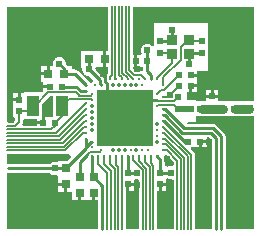
<source format=gtl>
G04*
G04 #@! TF.GenerationSoftware,Altium Limited,Altium Designer,19.0.15 (446)*
G04*
G04 Layer_Physical_Order=1*
G04 Layer_Color=255*
%FSLAX24Y24*%
%MOIN*%
G70*
G01*
G75*
%ADD10C,0.0098*%
%ADD12C,0.0079*%
%ADD13R,0.0197X0.0236*%
%ADD14R,0.0374X0.0335*%
%ADD15R,0.0236X0.0197*%
%ADD16R,0.0256X0.0197*%
%ADD17R,0.0300X0.0300*%
%ADD18R,0.0394X0.0709*%
%ADD19R,0.1909X0.1909*%
%ADD21R,0.0295X0.0315*%
%ADD22R,0.0315X0.0295*%
%ADD32C,0.0108*%
%ADD33C,0.0059*%
%ADD34C,0.0057*%
%ADD35C,0.0200*%
%ADD36C,0.0300*%
%ADD37C,0.0072*%
%ADD38C,0.0240*%
%ADD39C,0.0138*%
G36*
X-555Y2216D02*
X-609D01*
Y1959D01*
Y1701D01*
X-555D01*
Y1483D01*
X-584Y1454D01*
X-597Y1439D01*
X-608Y1421D01*
X-616Y1402D01*
X-620Y1383D01*
X-622Y1363D01*
X-630Y1350D01*
X-639Y1327D01*
X-686Y1318D01*
X-692Y1320D01*
X-693Y1323D01*
X-706Y1343D01*
X-721Y1361D01*
X-971Y1611D01*
X-970Y1619D01*
X-972Y1648D01*
X-973Y1651D01*
X-943Y1701D01*
X-907D01*
Y1701D01*
X-709D01*
Y1959D01*
Y2216D01*
X-907D01*
Y2216D01*
X-943D01*
Y2216D01*
X-1439D01*
Y1701D01*
X-1439D01*
X-1409Y1651D01*
X-1410Y1648D01*
X-1411Y1619D01*
X-1410Y1590D01*
X-1404Y1562D01*
X-1395Y1535D01*
X-1382Y1509D01*
X-1366Y1485D01*
X-1347Y1463D01*
X-1325Y1444D01*
X-1301Y1428D01*
X-1275Y1415D01*
X-1248Y1406D01*
X-1220Y1400D01*
X-1191Y1398D01*
X-1183Y1399D01*
X-1057Y1273D01*
X-1056Y1251D01*
X-1067Y1213D01*
X-1075Y1208D01*
X-1094Y1192D01*
X-1101Y1183D01*
X-1132Y1177D01*
X-1162Y1183D01*
X-1170Y1192D01*
X-1189Y1208D01*
X-1200Y1215D01*
X-1558Y1572D01*
X-1575Y1588D01*
X-1595Y1600D01*
X-1617Y1609D01*
X-1640Y1614D01*
X-1663Y1616D01*
X-1770D01*
Y1724D01*
X-1886D01*
X-1897Y1742D01*
X-1912Y1759D01*
X-1955Y1803D01*
X-1955Y1811D01*
X-1957Y1840D01*
X-1962Y1868D01*
X-1972Y1895D01*
X-1984Y1921D01*
X-2000Y1945D01*
X-2019Y1967D01*
X-2041Y1986D01*
X-2065Y2002D01*
X-2091Y2015D01*
X-2118Y2024D01*
X-2146Y2030D01*
X-2175Y2032D01*
X-2204Y2030D01*
X-2232Y2024D01*
X-2260Y2015D01*
X-2285Y2002D01*
X-2309Y1986D01*
X-2331Y1967D01*
X-2350Y1945D01*
X-2366Y1921D01*
X-2379Y1895D01*
X-2388Y1868D01*
X-2394Y1840D01*
X-2396Y1811D01*
X-2394Y1782D01*
X-2392Y1774D01*
X-2418Y1733D01*
X-2431Y1724D01*
X-2499D01*
Y1467D01*
X-2549D01*
Y1417D01*
X-2797D01*
Y1209D01*
X-2708D01*
Y1083D01*
X-2490D01*
Y983D01*
X-2708D01*
Y881D01*
X-2719Y872D01*
X-2765Y858D01*
Y858D01*
X-2765Y858D01*
X-3359D01*
Y828D01*
X-3465D01*
Y610D01*
X-3515D01*
Y560D01*
X-3713D01*
Y392D01*
Y-2D01*
X-3645D01*
Y-73D01*
X-3711Y-140D01*
X-3905D01*
Y3708D01*
X-555D01*
Y2216D01*
D02*
G37*
G36*
X4299Y550D02*
X4141D01*
X4134Y550D01*
X3690D01*
X3690Y550D01*
X3270Y550D01*
X3114D01*
Y667D01*
X2718D01*
Y550D01*
X2392Y550D01*
Y600D01*
X2077D01*
Y874D01*
X2155D01*
Y1073D01*
X2205D01*
Y1123D01*
X2423D01*
Y1229D01*
X2423D01*
Y1377D01*
X2205D01*
Y1477D01*
X2423D01*
Y1575D01*
X2777D01*
X2777Y3151D01*
X976Y3151D01*
X976Y2413D01*
X954Y2401D01*
X926Y2396D01*
X914Y2410D01*
X892Y2429D01*
X868Y2445D01*
X842Y2458D01*
X815Y2467D01*
X787Y2473D01*
X758Y2474D01*
X729Y2473D01*
X701Y2467D01*
X674Y2458D01*
X648Y2445D01*
X624Y2429D01*
X602Y2410D01*
X583Y2388D01*
X567Y2364D01*
X554Y2338D01*
X545Y2311D01*
X539Y2283D01*
X537Y2254D01*
X539Y2225D01*
X545Y2197D01*
X554Y2170D01*
X565Y2148D01*
X560Y2133D01*
X537Y2098D01*
X414D01*
Y1900D01*
Y1701D01*
X608D01*
Y1590D01*
X607Y1587D01*
X591Y1570D01*
X561Y1550D01*
X558Y1550D01*
X550Y1550D01*
X376D01*
X285Y1641D01*
Y1701D01*
X314D01*
Y1900D01*
Y2098D01*
X285D01*
Y3708D01*
X4299D01*
Y550D01*
D02*
G37*
G36*
Y-3708D02*
X3373D01*
X3365Y-3700D01*
Y-616D01*
X3365Y-616D01*
X3363Y-592D01*
X3358Y-569D01*
X3349Y-548D01*
X3337Y-528D01*
X3321Y-510D01*
X3321Y-510D01*
X3042Y-231D01*
X3025Y-216D01*
X3004Y-203D01*
X2983Y-194D01*
X2960Y-189D01*
X2937Y-187D01*
X2086D01*
X2079Y-178D01*
X2106Y-128D01*
X2392D01*
Y50D01*
X2566D01*
X2566Y50D01*
X3070D01*
X3841Y50D01*
Y50D01*
X4134D01*
X4141Y50D01*
X4299D01*
Y-3708D01*
D02*
G37*
G36*
X-2375Y31D02*
X-2658D01*
Y-167D01*
X-2708D01*
Y-217D01*
X-2926D01*
Y-256D01*
X-3394D01*
X-3412Y-206D01*
X-3410Y-203D01*
X-3399Y-186D01*
X-3391Y-167D01*
X-3386Y-147D01*
X-3385Y-127D01*
Y-90D01*
X-3359Y-51D01*
X-2926D01*
Y-117D01*
X-2758D01*
Y31D01*
X-2765D01*
Y458D01*
X-2503Y720D01*
X-2375D01*
Y31D01*
D02*
G37*
G36*
X-1784Y-1292D02*
X-1927Y-1435D01*
X-2220D01*
Y-1439D01*
X-2230Y-1451D01*
X-2270Y-1473D01*
X-2280Y-1470D01*
X-2308Y-1464D01*
X-2337Y-1463D01*
X-2366Y-1464D01*
X-2394Y-1470D01*
X-2421Y-1479D01*
X-2447Y-1492D01*
X-2471Y-1508D01*
X-2493Y-1527D01*
X-2498Y-1533D01*
X-3899D01*
X-3905Y-1528D01*
Y-1213D01*
X-1972D01*
X-1951Y-1211D01*
X-1931Y-1206D01*
X-1913Y-1198D01*
X-1895Y-1188D01*
X-1891Y-1185D01*
X-1784Y-1292D01*
D02*
G37*
G36*
X1630Y-1479D02*
Y-1565D01*
X1623Y-1575D01*
X1580Y-1603D01*
X1574Y-1602D01*
X1545Y-1600D01*
X1516Y-1602D01*
X1488Y-1608D01*
X1461Y-1617D01*
X1439Y-1628D01*
X1430Y-1625D01*
X1389Y-1603D01*
Y-1603D01*
X1341Y-1600D01*
Y-1388D01*
X1339Y-1364D01*
X1333Y-1342D01*
X1324Y-1320D01*
X1312Y-1300D01*
X1299Y-1284D01*
X1367Y-1216D01*
X1630Y-1479D01*
D02*
G37*
G36*
X2910Y-742D02*
Y-3700D01*
X2903Y-3708D01*
X2361D01*
X2354Y-3701D01*
Y-1233D01*
X2353Y-1213D01*
X2348Y-1193D01*
X2340Y-1174D01*
X2330Y-1157D01*
X2316Y-1141D01*
X2207Y-1032D01*
X2227Y-986D01*
X2470D01*
Y-787D01*
X2520D01*
Y-737D01*
X2738D01*
Y-642D01*
X2810D01*
X2910Y-742D01*
D02*
G37*
G36*
X1461Y-2025D02*
X1488Y-2034D01*
X1516Y-2039D01*
X1545Y-2041D01*
X1574Y-2039D01*
X1580Y-2038D01*
X1623Y-2066D01*
X1630Y-2077D01*
Y-3701D01*
X1623Y-3708D01*
X1096D01*
X1090Y-3701D01*
Y-2433D01*
X1141D01*
Y-2215D01*
X1191D01*
Y-2165D01*
X1389D01*
Y-2041D01*
X1395Y-2035D01*
X1422Y-2019D01*
X1439Y-2014D01*
X1461Y-2025D01*
D02*
G37*
G36*
X375Y-2039D02*
X404Y-2041D01*
X430Y-2040D01*
X433Y-2040D01*
X480Y-2076D01*
Y-3701D01*
X473Y-3708D01*
X38D01*
X32Y-3701D01*
Y-2433D01*
X48D01*
Y-2215D01*
X98D01*
Y-2165D01*
X297D01*
Y-2069D01*
X299Y-2065D01*
X343Y-2034D01*
X346Y-2034D01*
X375Y-2039D01*
D02*
G37*
G36*
X-2493Y-1839D02*
X-2471Y-1858D01*
X-2447Y-1874D01*
X-2421Y-1887D01*
X-2394Y-1896D01*
X-2366Y-1902D01*
X-2337Y-1904D01*
X-2308Y-1902D01*
X-2280Y-1896D01*
X-2270Y-1893D01*
X-2257Y-1900D01*
X-2220Y-1931D01*
Y-1967D01*
X-2220D01*
Y-2165D01*
X-1963D01*
Y-2215D01*
X-1913D01*
Y-2462D01*
X-1754D01*
Y-2748D01*
X-1546D01*
Y-2500D01*
X-1446D01*
Y-2748D01*
X-1083D01*
Y-2500D01*
X-983D01*
Y-2748D01*
X-888D01*
Y-3691D01*
X-904Y-3708D01*
X-3905D01*
Y-1838D01*
X-3899Y-1833D01*
X-2498D01*
X-2493Y-1839D01*
D02*
G37*
%LPC*%
G36*
X-2599Y1724D02*
X-2797D01*
Y1517D01*
X-2599D01*
Y1724D01*
D02*
G37*
G36*
X-3565Y828D02*
X-3713D01*
Y660D01*
X-3565D01*
Y828D01*
D02*
G37*
G36*
X2423Y1023D02*
X2255D01*
Y874D01*
X2423D01*
Y1023D01*
D02*
G37*
G36*
X3114Y935D02*
X2966D01*
Y767D01*
X3114D01*
Y935D01*
D02*
G37*
G36*
X2866D02*
X2718D01*
Y767D01*
X2866D01*
Y935D01*
D02*
G37*
G36*
X2738Y-837D02*
X2570D01*
Y-986D01*
X2738D01*
Y-837D01*
D02*
G37*
G36*
X1389Y-2265D02*
X1241D01*
Y-2433D01*
X1389D01*
Y-2265D01*
D02*
G37*
G36*
X297D02*
X148D01*
Y-2433D01*
X297D01*
Y-2265D01*
D02*
G37*
G36*
X-2013D02*
X-2220D01*
Y-2462D01*
X-2013D01*
Y-2265D01*
D02*
G37*
%LPD*%
D10*
X1560Y2557D02*
X1589Y2587D01*
X1174Y2557D02*
X1560D01*
X1577Y2599D02*
X1589Y2587D01*
X2189Y2164D02*
X2574D01*
X2160Y1804D02*
Y2134D01*
X1589Y2587D02*
Y2917D01*
X758Y1959D02*
Y2254D01*
X758Y1909D02*
Y2254D01*
X758Y1555D02*
Y1900D01*
Y1555D02*
X886Y1427D01*
Y1280D02*
Y1427D01*
X758Y1909D02*
X763Y1905D01*
X1310Y-98D02*
X1999Y-787D01*
X2126D01*
X1333Y98D02*
X1923Y-492D01*
X2872D01*
X1988Y-337D02*
X2937D01*
X1356Y295D02*
X1988Y-337D01*
X2872Y-492D02*
X3060Y-680D01*
X2937Y-337D02*
X3216Y-616D01*
X3060Y-3700D02*
Y-680D01*
X3216Y-3700D02*
Y-616D01*
X-738Y-3691D02*
Y-2264D01*
X-1033Y-1969D02*
X-738Y-2264D01*
X-1496Y-1484D02*
X-1243Y-1231D01*
X-1496Y-1969D02*
Y-1484D01*
X-1083Y-1919D02*
Y-1280D01*
Y-1919D02*
X-1033Y-1969D01*
X1211Y-1841D02*
X1545D01*
X1280Y-98D02*
X1310D01*
X1280Y295D02*
X1356D01*
X1280Y98D02*
X1333D01*
X1191Y-1821D02*
X1211Y-1841D01*
X1191Y-1821D02*
Y-1388D01*
X1083Y-1280D02*
X1191Y-1388D01*
X98Y-1821D02*
Y-1280D01*
X236Y236D02*
X591Y591D01*
X0Y0D02*
X236Y236D01*
X591Y591D02*
X1083D01*
X98Y-1821D02*
X404D01*
X-591Y1083D02*
Y1151D01*
X-653Y1213D02*
X-591Y1151D01*
X-653Y1213D02*
Y1434D01*
X-827Y1152D02*
Y1255D01*
X-787Y1083D02*
Y1113D01*
X-827Y1152D02*
X-787Y1113D01*
X-1191Y1619D02*
Y1959D01*
Y1619D02*
X-827Y1255D01*
X-1663Y1467D02*
X-1280Y1083D01*
X-2018Y1467D02*
X-1663D01*
X-1467Y886D02*
X-1280D01*
X-1614Y1033D02*
X-1467Y886D01*
X-2096Y1033D02*
X-1614D01*
X-2018Y1467D02*
Y1654D01*
X-2175Y1811D02*
X-2018Y1654D01*
X-2337Y-1683D02*
X-1963D01*
X-591Y591D02*
Y1083D01*
Y591D02*
X0Y0D01*
X-3899Y-1683D02*
X-2337D01*
X-1963D02*
X-1280Y-1000D01*
X-1113Y-787D02*
X-1083D01*
X-1280Y-954D02*
X-1113Y-787D01*
X-1280Y-1000D02*
Y-954D01*
Y-689D01*
D12*
X-593Y-3701D02*
Y-1829D01*
X-886Y-1535D02*
X-593Y-1829D01*
X-457Y-3701D02*
Y-1768D01*
X-689Y-1535D02*
X-457Y-1768D01*
X-689Y-1535D02*
Y-1280D01*
X-886Y-1535D02*
Y-1280D01*
D13*
X1174Y2557D02*
D03*
Y2164D02*
D03*
X2574Y2164D02*
D03*
Y2557D02*
D03*
X1792Y699D02*
D03*
Y305D02*
D03*
X2916Y717D02*
D03*
Y323D02*
D03*
X-3515Y610D02*
D03*
Y217D02*
D03*
X98Y-2215D02*
D03*
Y-1821D02*
D03*
X1191Y-2215D02*
D03*
Y-1821D02*
D03*
D14*
X2160Y2134D02*
D03*
Y2587D02*
D03*
X1589D02*
D03*
Y2134D02*
D03*
D15*
X2205Y1427D02*
D03*
X1811D02*
D03*
X364Y1900D02*
D03*
X758D02*
D03*
X2205Y1073D02*
D03*
X1811D02*
D03*
X2520Y-787D02*
D03*
X2126D02*
D03*
X-2708Y-167D02*
D03*
X-2314D02*
D03*
X-2490Y1033D02*
D03*
X-2096D02*
D03*
D16*
X2539Y302D02*
D03*
X2165Y302D02*
D03*
X3667Y302D02*
D03*
X3293D02*
D03*
D17*
X4156Y300D02*
D03*
D18*
X-3062Y404D02*
D03*
X-2078D02*
D03*
D19*
X0Y0D02*
D03*
D21*
X-659Y1959D02*
D03*
X-1191D02*
D03*
X-2018Y1467D02*
D03*
X-2549D02*
D03*
D22*
X-1033Y-1969D02*
D03*
Y-2500D02*
D03*
X-1496Y-1969D02*
D03*
Y-2500D02*
D03*
X-1963Y-1683D02*
D03*
Y-2215D02*
D03*
D32*
X1083Y-1280D02*
D03*
X886D02*
D03*
X689D02*
D03*
X492D02*
D03*
X295D02*
D03*
X98D02*
D03*
X-98D02*
D03*
X-295D02*
D03*
X-492D02*
D03*
X-689D02*
D03*
X-886D02*
D03*
X-1083D02*
D03*
X1280Y-1083D02*
D03*
X787D02*
D03*
X591D02*
D03*
X394D02*
D03*
X197D02*
D03*
X0D02*
D03*
X-197D02*
D03*
X-394D02*
D03*
X-787D02*
D03*
X-1083Y-984D02*
D03*
X1280Y-886D02*
D03*
X1083Y-787D02*
D03*
X-1083D02*
D03*
X1280Y-689D02*
D03*
X-1280D02*
D03*
X1083Y-591D02*
D03*
X1280Y-492D02*
D03*
X-1280D02*
D03*
X1083Y-394D02*
D03*
X-1083D02*
D03*
X1280Y-295D02*
D03*
X-1280D02*
D03*
X1083Y-197D02*
D03*
X-1083D02*
D03*
X1280Y-98D02*
D03*
X-1280D02*
D03*
X-1083Y0D02*
D03*
X1280Y98D02*
D03*
X-1280D02*
D03*
X-1083Y197D02*
D03*
X1280Y295D02*
D03*
X-1280D02*
D03*
X1083Y394D02*
D03*
X-1083D02*
D03*
X-1280Y492D02*
D03*
X1083Y591D02*
D03*
X-1083D02*
D03*
X1280Y689D02*
D03*
X-1083Y787D02*
D03*
X-1280Y886D02*
D03*
X1083Y787D02*
D03*
X1280Y1083D02*
D03*
X591D02*
D03*
X394D02*
D03*
X197D02*
D03*
X0D02*
D03*
X-197D02*
D03*
X-394D02*
D03*
X-591D02*
D03*
X-787D02*
D03*
X-984D02*
D03*
X-1280D02*
D03*
X1083Y1280D02*
D03*
X689D02*
D03*
X492D02*
D03*
X295D02*
D03*
X98D02*
D03*
X-98D02*
D03*
X-295D02*
D03*
X-492D02*
D03*
X886D02*
D03*
D33*
X1085Y787D02*
X1213Y915D01*
X1083Y787D02*
X1085D01*
X1870Y2362D02*
X2065Y2557D01*
X2574D01*
X1174Y2164D02*
X1560D01*
X1589Y2134D01*
X156Y1587D02*
X322Y1420D01*
X550D01*
X689Y1282D01*
X156Y1587D02*
Y3720D01*
X1280Y1083D02*
Y1348D01*
X1870Y1938D01*
Y2362D01*
X1083Y1315D02*
X1589Y1821D01*
X1083Y1280D02*
Y1315D01*
X1589Y1821D02*
Y2134D01*
X1437Y689D02*
X1506Y758D01*
X1280Y689D02*
X1437D01*
X1213Y915D02*
X1311D01*
X1811Y1415D02*
Y1427D01*
X1311Y915D02*
X1811Y1415D01*
X1506Y758D02*
X1811Y1063D01*
Y1073D01*
X1287Y-295D02*
X2225Y-1233D01*
X1320Y-492D02*
X2108Y-1281D01*
X1352Y-689D02*
X1992Y-1329D01*
X1385Y-886D02*
X1876Y-1377D01*
X1417Y-1083D02*
X1760Y-1425D01*
Y-3701D02*
Y-1425D01*
X1876Y-3701D02*
Y-1377D01*
X1992Y-3701D02*
Y-1329D01*
X2225Y-3701D02*
Y-1233D01*
X2108Y-3701D02*
Y-1281D01*
X1280Y-295D02*
X1287D01*
X1280Y-689D02*
X1352D01*
X1280Y-886D02*
X1385D01*
X1280Y-492D02*
X1320D01*
X1280Y-1083D02*
X1417D01*
X886Y-1518D02*
Y-1280D01*
X960Y-3701D02*
Y-1592D01*
X886Y-1518D02*
X960Y-1592D01*
X843Y-3701D02*
Y-1640D01*
X689Y-1486D02*
Y-1280D01*
Y-1486D02*
X843Y-1640D01*
X492Y-1453D02*
Y-1280D01*
X727Y-3701D02*
Y-1688D01*
X492Y-1453D02*
X727Y-1688D01*
X610Y-3701D02*
Y-1735D01*
X295Y-1420D02*
X610Y-1735D01*
X295Y-1420D02*
Y-1280D01*
X-295Y-1568D02*
Y-1280D01*
X-215Y-3701D02*
Y-1649D01*
X-295Y-1568D02*
X-215Y-1649D01*
X-492Y-1535D02*
Y-1280D01*
X-331Y-3701D02*
Y-1697D01*
X-492Y-1535D02*
X-331Y-1697D01*
X-98Y-3701D02*
Y-1280D01*
X-492Y1280D02*
Y1362D01*
X-98Y1280D02*
Y1348D01*
X-1282Y492D02*
X-1280D01*
X-1282Y295D02*
X-1280D01*
X-2195Y-618D02*
X-1282Y295D01*
X-2142Y-734D02*
X-1309Y98D01*
X-1280D01*
X-2071Y-850D02*
X-1319Y-98D01*
X-1280D01*
X-3917Y-850D02*
X-2071D01*
X-1348Y-295D02*
X-1280D01*
X-2020Y-967D02*
X-1348Y-295D01*
X-3917Y-967D02*
X-2020D01*
X-1972Y-1083D02*
X-1381Y-492D01*
X-1280D01*
X-3917Y-1083D02*
X-1972D01*
X-2314Y-256D02*
Y-167D01*
X-2444Y-386D02*
X-2314Y-256D01*
X-3917Y-734D02*
X-2142D01*
X-3917Y-618D02*
X-2195D01*
X-492Y1362D02*
X-425Y1429D01*
Y3720D01*
X39Y1539D02*
Y3720D01*
X-309Y1293D02*
X-295Y1280D01*
X-309Y1293D02*
Y3720D01*
X-193Y1443D02*
X-98Y1348D01*
X-193Y1443D02*
Y3720D01*
X-77Y1491D02*
Y3720D01*
Y1491D02*
X98Y1316D01*
Y1280D02*
Y1316D01*
X39Y1539D02*
X295Y1283D01*
Y1280D02*
Y1283D01*
X-3658Y-270D02*
X-3515Y-127D01*
X-3917Y-270D02*
X-3658D01*
X-3515Y-127D02*
Y217D01*
X-3917Y-386D02*
X-2444D01*
X-3917Y-502D02*
X-2276D01*
X-1282Y492D01*
D34*
X1642Y549D02*
X1792Y699D01*
X1124Y549D02*
X1642D01*
X1124Y435D02*
X1662D01*
X1793Y303D01*
X1795Y301D01*
X1083Y394D02*
X1124Y435D01*
X1083Y591D02*
X1124Y549D01*
X-1124Y632D02*
X-1083Y591D01*
X-1124Y746D02*
X-1083Y787D01*
X-1621Y849D02*
X-1522Y751D01*
X-1519D01*
X-1514Y746D01*
X-1124D01*
X-2078Y404D02*
X-1849Y632D01*
X-2314Y-167D02*
X-2078Y69D01*
Y404D01*
X-3249Y217D02*
X-3062Y404D01*
X-3515Y217D02*
X-3249D01*
X-2556Y849D02*
X-1621D01*
X-1849Y632D02*
X-1124D01*
X-3002Y404D02*
X-2556Y849D01*
X-3062Y404D02*
X-3002D01*
D35*
X1793Y303D02*
X2145D01*
D36*
X3690Y300D02*
X4134D01*
X2566D02*
X3270D01*
D37*
X-837Y-1132D02*
X-787Y-1083D01*
X-1144Y-1132D02*
X-837D01*
X-1243Y-1231D02*
X-1144Y-1132D01*
D38*
X758Y2254D02*
D03*
X404Y2263D02*
D03*
X2600Y717D02*
D03*
X2913Y1053D02*
D03*
X2160Y1804D02*
D03*
X1589Y2917D02*
D03*
X404Y1634D02*
D03*
X2539Y1073D02*
D03*
X1506Y758D02*
D03*
X2204Y738D02*
D03*
X2539Y1427D02*
D03*
X2569Y-39D02*
D03*
X4176Y-79D02*
D03*
Y679D02*
D03*
X3566D02*
D03*
X3566Y-79D02*
D03*
X3490Y-3590D02*
D03*
Y-2590D02*
D03*
X2472D02*
D03*
Y-3590D02*
D03*
X2825Y-797D02*
D03*
X3570Y3590D02*
D03*
X757D02*
D03*
X4176Y-3590D02*
D03*
Y-2590D02*
D03*
Y-1590D02*
D03*
X2472D02*
D03*
X3490D02*
D03*
Y-590D02*
D03*
X4176D02*
D03*
X2570Y3590D02*
D03*
X4176D02*
D03*
X1570D02*
D03*
X4176Y2590D02*
D03*
X3570D02*
D03*
X4176Y1590D02*
D03*
X3570D02*
D03*
X-1580Y2520D02*
D03*
X-1610Y1760D02*
D03*
X709Y-709D02*
D03*
X236D02*
D03*
X-236D02*
D03*
X-709D02*
D03*
X709Y-236D02*
D03*
X236D02*
D03*
X-236D02*
D03*
X-709D02*
D03*
X709Y236D02*
D03*
X236D02*
D03*
X-236D02*
D03*
X-709D02*
D03*
X709Y709D02*
D03*
X236D02*
D03*
X-236D02*
D03*
X-709D02*
D03*
X-2002Y-1330D02*
D03*
X-3790D02*
D03*
X1417Y-1378D02*
D03*
X1211Y-2550D02*
D03*
X404Y-2244D02*
D03*
X1545Y-1821D02*
D03*
X404Y-1821D02*
D03*
X-709Y1457D02*
D03*
X-2175Y1811D02*
D03*
X-3062Y-157D02*
D03*
X-2337Y-1683D02*
D03*
X-3790Y-3590D02*
D03*
Y-2470D02*
D03*
Y984D02*
D03*
Y2362D02*
D03*
Y3590D02*
D03*
X-2559D02*
D03*
X-1575D02*
D03*
X-719D02*
D03*
X-2559Y2362D02*
D03*
X-787Y2559D02*
D03*
X-2913Y1467D02*
D03*
X-2835Y1033D02*
D03*
X-2619Y394D02*
D03*
X-3790Y-60D02*
D03*
X-2500Y-3590D02*
D03*
X-2503Y-2559D02*
D03*
X-1912D02*
D03*
X-1970Y-3590D02*
D03*
X-1020D02*
D03*
X-1516Y-2864D02*
D03*
X-1043D02*
D03*
X148Y-2559D02*
D03*
X260Y-3590D02*
D03*
X1208D02*
D03*
X1496Y-2234D02*
D03*
X-1191Y1619D02*
D03*
D39*
X394Y1083D02*
D03*
X197D02*
D03*
X0D02*
D03*
X-197D02*
D03*
X-394D02*
D03*
X0Y-1083D02*
D03*
X-197Y-1083D02*
D03*
X-394D02*
D03*
X1083Y-787D02*
D03*
X1083Y-197D02*
D03*
X394Y-1083D02*
D03*
X-1083Y197D02*
D03*
Y0D02*
D03*
Y-197D02*
D03*
Y-394D02*
D03*
Y394D02*
D03*
M02*

</source>
